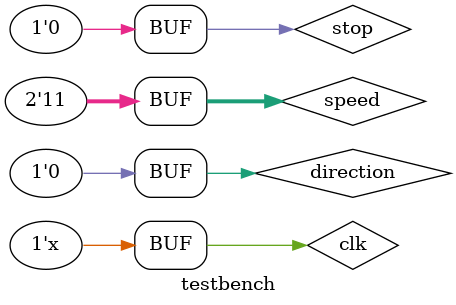
<source format=sv>
`timescale 1ns / 1ps
module testbench();

logic clk;
logic direction;
logic [1:0] speed;
logic [3:0] phases;
logic stop;

stepmotor DUT(
	.clk(clk), //100Mhz on Basys3
    .direction(direction),
	.speed(speed),
    .phases(phases),
	.stop(stop)
);

initial begin
	clk = 1'b0;
	direction = 1'b0;
	speed = 2'b00;
	stop = 1'b0;
	#40_000_000;
	
	speed = 2'b11;
	#100_000_000;
	
	
end
  
always 
	#5  clk =  !clk;  

endmodule

</source>
